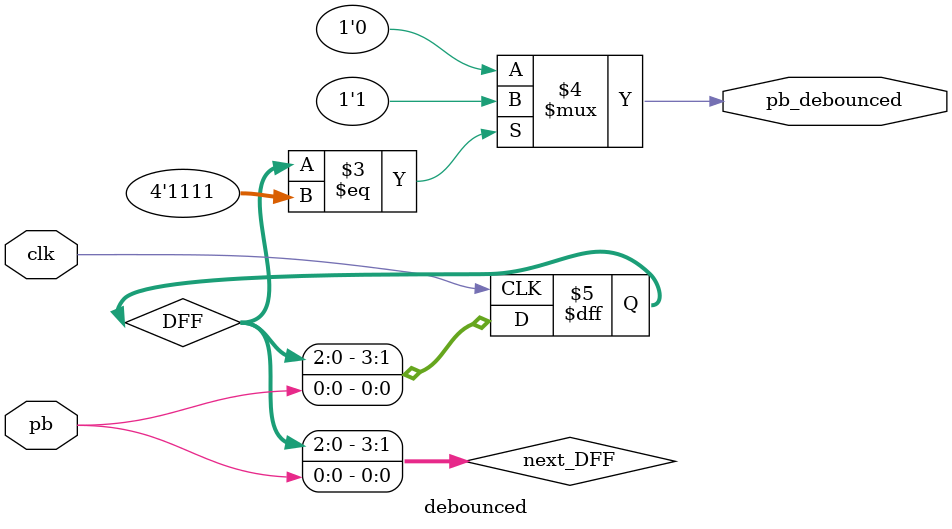
<source format=v>

module debounced(pb_debounced, pb, clk);
	output pb_debounced;
	input pb;
	input clk;

	reg [3:0] DFF, next_DFF;
	always @(posedge clk) begin
		DFF = next_DFF;
	end

	always @* begin
		next_DFF[3] = DFF[2];
		next_DFF[2] = DFF[1];
		next_DFF[1] = DFF[0];
		next_DFF[0] = pb;
	end
	assign pb_debounced = ((DFF==4'b1111)? 1'b1:1'b0);
endmodule

</source>
